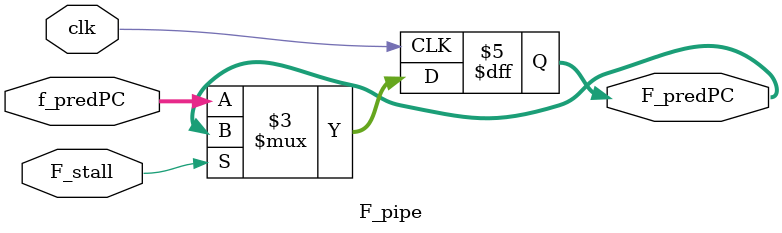
<source format=v>
`timescale 1ns / 1ps

module F_pipe (
    input clk,
    input [63:0] f_predPC,
    input F_stall,

    output reg [63:0] F_predPC
);

always @ (posedge clk)
begin
    if (F_stall == 0)
    begin
        F_predPC <= f_predPC;
    end
end

endmodule

</source>
